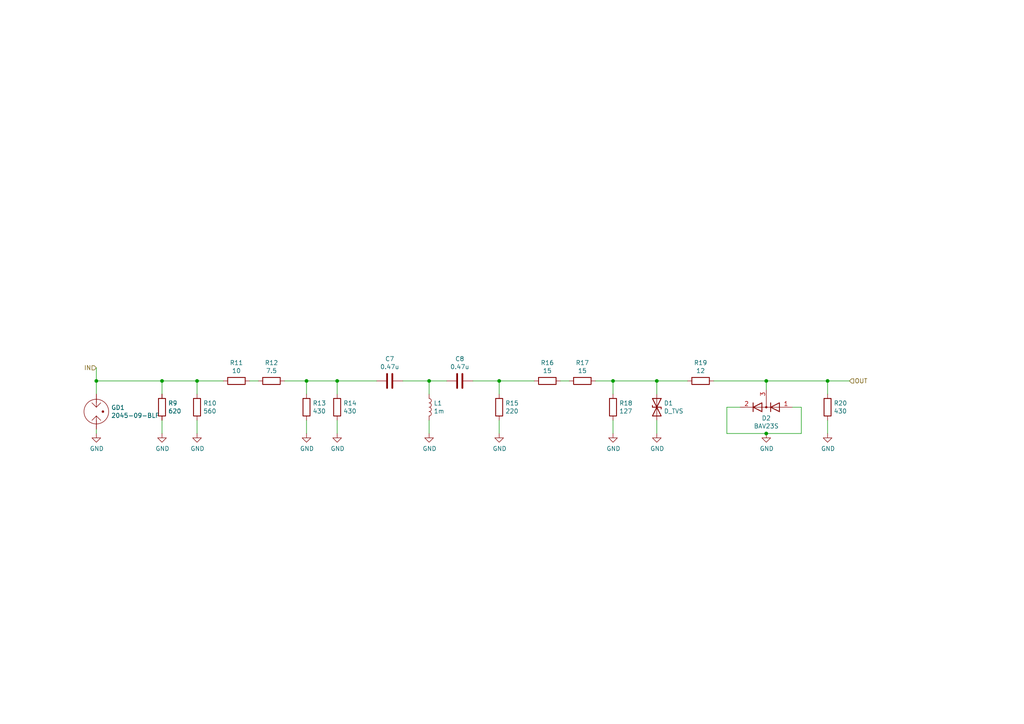
<source format=kicad_sch>
(kicad_sch (version 20231120) (generator "eeschema") (generator_version "8.0")
  (paper "A4")
  (lib_symbols
    (symbol "Device:C" (pin_numbers hide) (pin_names (offset 0.254))
      (property "Reference" "C" (at 0.635 2.54 0))
      (property "Value" "C" (at 0.635 -2.54 0))
      (symbol "C_0_1"
        (polyline (pts (xy -2.032 -0.762) (xy 2.032 -0.762)) (stroke (width 0.508)))
        (polyline (pts (xy -2.032 0.762) (xy 2.032 0.762)) (stroke (width 0.508)))
      )
      (symbol "C_1_1"
        (pin passive line (at 0 3.81 270) (length 2.794) (name "~") (number "1"))
        (pin passive line (at 0 -3.81 90) (length 2.794) (name "~") (number "2"))
      )
    )
    (symbol "Device:D_TVS" (pin_numbers hide) (pin_names (offset 1.016) hide)
      (property "Reference" "D" (at 0 2.54 0))
      (property "Value" "D_TVS" (at 0 -2.54 0))
      (symbol "D_TVS_0_1"
        (polyline (pts (xy 1.27 0) (xy -1.27 0)))
        (polyline (pts (xy 0.508 1.27) (xy 0 1.27) (xy 0 -1.27) (xy -0.508 -1.27)) (stroke (width 0.254)))
        (polyline (pts (xy -2.54 1.27) (xy -2.54 -1.27) (xy 2.54 1.27) (xy 2.54 -1.27) (xy -2.54 1.27)) (stroke (width 0.254)))
      )
      (symbol "D_TVS_1_1"
        (pin passive line (at -3.81 0 0) (length 2.54) (name "A1") (number "1"))
        (pin passive line (at 3.81 0 180) (length 2.54) (name "A2") (number "2"))
      )
    )
    (symbol "Device:L" (pin_numbers hide) (pin_names (offset 1.016) hide)
      (property "Reference" "L" (at -1.27 0 90))
      (property "Value" "L" (at 1.905 0 90))
      (symbol "L_0_1"
        (arc (start 0 -2.54) (mid 0.6323 -1.905) (end 0 -1.27))
        (arc (start 0 -1.27) (mid 0.6323 -0.635) (end 0 0))
        (arc (start 0 0) (mid 0.6323 0.635) (end 0 1.27))
        (arc (start 0 1.27) (mid 0.6323 1.905) (end 0 2.54))
      )
      (symbol "L_1_1"
        (pin passive line (at 0 3.81 270) (length 1.27) (name "1") (number "1"))
        (pin passive line (at 0 -3.81 90) (length 1.27) (name "2") (number "2"))
      )
    )
    (symbol "Device:R" (pin_numbers hide) (pin_names (offset 0))
      (property "Reference" "R" (at 2.032 0 90))
      (property "Value" "R" (at 0 0 90))
      (symbol "R_0_1"
        (rectangle (start -1.016 -2.54) (end 1.016 2.54) (stroke (width 0.254)))
      )
      (symbol "R_1_1"
        (pin passive line (at 0 3.81 270) (length 1.27) (name "~") (number "1"))
        (pin passive line (at 0 -3.81 90) (length 1.27) (name "~") (number "2"))
      )
    )
    (symbol "lisn-pcb-rescue:D_x2_Serial_AKC-Device" (pin_names (offset 0.762) hide)
      (property "Reference" "D" (at 1.27 -2.54 0))
      (property "Value" "Device_D_x2_Serial_AKC" (at 0 2.54 0))
      (symbol "D_x2_Serial_AKC-Device_0_1"
        (polyline (pts (xy -3.81 0) (xy 3.81 0)))
        (polyline (pts (xy 0 0) (xy 0 -2.54)))
        (polyline (pts (xy 6.35 0) (xy 7.62 0)))
        (polyline (pts (xy -1.27 -1.27) (xy -1.27 1.27) (xy -1.27 1.27)) (stroke (width 0.254)))
        (polyline (pts (xy 3.81 1.27) (xy 3.81 -1.27) (xy 3.81 -1.27)) (stroke (width 0.254)))
        (polyline (pts (xy -3.81 1.27) (xy -1.27 0) (xy -3.81 -1.27) (xy -3.81 1.27) (xy -3.81 1.27) (xy -3.81 1.27)) (stroke (width 0.254)))
        (polyline (pts (xy 1.27 1.27) (xy 3.81 0) (xy 1.27 -1.27) (xy 1.27 1.27) (xy 1.27 1.27) (xy 1.27 1.27)) (stroke (width 0.254)))
        (circle (center 0 0) (radius 0.254) (fill (type outline)))
        (pin passive line (at -7.62 0 0) (length 3.81) (name "A") (number "1"))
        (pin passive line (at 7.62 0 180) (length 3.81) (name "K") (number "2"))
        (pin passive line (at 0 -5.08 90) (length 2.54) (name "common") (number "3"))
      )
    )
    (symbol "lisn-pcb-rescue:GDT_2pin-wbraun_ic_lib" (pin_numbers hide)
      (property "Reference" "GD" (at 5.08 0 90))
      (property "Value" "wbraun_ic_lib_GDT_2pin" (at 7.62 0 90))
      (symbol "GDT_2pin-wbraun_ic_lib_0_1"
        (polyline (pts (xy 0 -2.54) (xy 0 -1.27)))
        (polyline (pts (xy 0 -1.27) (xy -1.27 -2.54)))
        (polyline (pts (xy 0 -1.27) (xy 1.27 -2.54)))
        (polyline (pts (xy 0 1.27) (xy -1.27 2.54)))
        (polyline (pts (xy 0 1.27) (xy 1.27 2.54)))
        (polyline (pts (xy 0 2.54) (xy 0 1.27)))
        (circle (center 0 0) (radius 3.5814))
        (circle (center 1.905 0) (radius 0.127))
        (circle (center 1.905 0) (radius 0.127))
        (circle (center 1.905 0) (radius 0.2794))
        (circle (center 2.032 0) (radius 0.127))
      )
      (symbol "GDT_2pin-wbraun_ic_lib_1_1"
        (pin passive line (at 0 5.08 270) (length 2.54) (name "~") (number "1"))
        (pin passive line (at 0 -5.08 90) (length 2.54) (name "~") (number "2"))
      )
    )
    (symbol "lisn-pcb-rescue:GND-power" (power) (pin_names (offset 0))
      (property "Value" "power_GND" (at 0 -3.81 0))
      (symbol "GND-power_0_1"
        (polyline (pts (xy 0 0) (xy 0 -1.27) (xy 1.27 -1.27) (xy 0 -2.54) (xy -1.27 -1.27) (xy 0 -1.27)))
      )
      (symbol "GND-power_1_1"
        (pin power_in line (at 0 0 270) (length 0) hide (name "GND") (number "1"))
      )
    )
  )
  (junction (at 97.79 110.49))
  (junction (at 124.46 110.49))
  (junction (at 144.78 110.49))
  (junction (at 57.15 110.49))
  (junction (at 222.25 125.73))
  (junction (at 88.9 110.49))
  (junction (at 46.99 110.49))
  (junction (at 190.5 110.49))
  (junction (at 240.03 110.49))
  (junction (at 222.25 110.49))
  (junction (at 27.94 110.49))
  (junction (at 177.8 110.49))
  (wire (pts (xy 240.03 110.49) (xy 240.03 114.3)))
  (wire (pts (xy 207.01 110.49) (xy 222.25 110.49)))
  (wire (pts (xy 214.63 118.11) (xy 210.82 118.11)))
  (wire (pts (xy 232.41 118.11) (xy 229.87 118.11)))
  (wire (pts (xy 190.5 114.3) (xy 190.5 110.49)))
  (wire (pts (xy 27.94 110.49) (xy 46.99 110.49)))
  (wire (pts (xy 210.82 125.73) (xy 222.25 125.73)))
  (wire (pts (xy 190.5 110.49) (xy 199.39 110.49)))
  (wire (pts (xy 144.78 110.49) (xy 154.94 110.49)))
  (wire (pts (xy 57.15 121.92) (xy 57.15 125.73)))
  (wire (pts (xy 27.94 110.49) (xy 27.94 106.68)))
  (wire (pts (xy 64.77 110.49) (xy 57.15 110.49)))
  (wire (pts (xy 222.25 110.49) (xy 222.25 113.03)))
  (wire (pts (xy 222.25 110.49) (xy 240.03 110.49)))
  (wire (pts (xy 124.46 114.3) (xy 124.46 110.49)))
  (wire (pts (xy 97.79 110.49) (xy 109.22 110.49)))
  (wire (pts (xy 177.8 114.3) (xy 177.8 110.49)))
  (wire (pts (xy 210.82 118.11) (xy 210.82 125.73)))
  (wire (pts (xy 27.94 125.73) (xy 27.94 124.46)))
  (wire (pts (xy 232.41 125.73) (xy 232.41 118.11)))
  (wire (pts (xy 240.03 110.49) (xy 246.38 110.49)))
  (wire (pts (xy 57.15 110.49) (xy 57.15 114.3)))
  (wire (pts (xy 240.03 121.92) (xy 240.03 125.73)))
  (wire (pts (xy 82.55 110.49) (xy 88.9 110.49)))
  (wire (pts (xy 57.15 110.49) (xy 46.99 110.49)))
  (wire (pts (xy 177.8 121.92) (xy 177.8 125.73)))
  (wire (pts (xy 144.78 121.92) (xy 144.78 125.73)))
  (wire (pts (xy 222.25 125.73) (xy 232.41 125.73)))
  (wire (pts (xy 190.5 121.92) (xy 190.5 125.73)))
  (wire (pts (xy 124.46 110.49) (xy 129.54 110.49)))
  (wire (pts (xy 116.84 110.49) (xy 124.46 110.49)))
  (wire (pts (xy 46.99 110.49) (xy 46.99 114.3)))
  (wire (pts (xy 88.9 121.92) (xy 88.9 125.73)))
  (wire (pts (xy 97.79 110.49) (xy 97.79 114.3)))
  (wire (pts (xy 177.8 110.49) (xy 190.5 110.49)))
  (wire (pts (xy 88.9 110.49) (xy 97.79 110.49)))
  (wire (pts (xy 27.94 114.3) (xy 27.94 110.49)))
  (wire (pts (xy 137.16 110.49) (xy 144.78 110.49)))
  (wire (pts (xy 97.79 121.92) (xy 97.79 125.73)))
  (wire (pts (xy 124.46 121.92) (xy 124.46 125.73)))
  (wire (pts (xy 144.78 114.3) (xy 144.78 110.49)))
  (wire (pts (xy 46.99 121.92) (xy 46.99 125.73)))
  (wire (pts (xy 72.39 110.49) (xy 74.93 110.49)))
  (wire (pts (xy 172.72 110.49) (xy 177.8 110.49)))
  (wire (pts (xy 162.56 110.49) (xy 165.1 110.49)))
  (wire (pts (xy 88.9 110.49) (xy 88.9 114.3)))
  (hierarchical_label "IN" (shape input) (at 27.94 106.68 180))
  (hierarchical_label "OUT" (shape input) (at 246.38 110.49 0))
  (symbol (lib_id "Device:R") (at 46.99 118.11 0) (unit 1)
    (property "Reference" "R9" (at 48.768 116.9416 0) (effects (justify left)))
    (property "Value" "620" (at 48.768 119.253 0) (effects (justify left)))
    (property "Footprint" "Resistor_SMD:R_0805_2012Metric" (effects (hide yes)))
    (property "MPN" "RCS0805620RFKEA" (effects (hide yes)))
    (property "Manufacturer 1" "Vishay / Dale" (effects (hide yes)))
    (property "Manufacturer Part Number 1" "RCS0805620RFKEA" (effects (hide yes)))
    (property "Price" ".21" (effects (hide yes)))
    (property "Supplier 1" "Mouser" (effects (hide yes)))
    (property "Supplier Part Number 1" "71-RCS0805620RFKEA" (effects (hide yes)))
    (instances (project "" (path "" (reference "R9") (unit 1)) (path "" (reference "R26") (unit 1))))
  )
  (symbol (lib_id "Device:R") (at 57.15 118.11 0) (unit 1)
    (property "Reference" "R10" (at 58.928 116.9416 0) (effects (justify left)))
    (property "Value" "560" (at 58.928 119.253 0) (effects (justify left)))
    (property "Footprint" "Resistor_SMD:R_0805_2012Metric" (effects (hide yes)))
    (property "MPN" "RCS0805560RFKEA" (effects (hide yes)))
    (property "Manufacturer 1" "Vishay / Dale" (effects (hide yes)))
    (property "Manufacturer Part Number 1" "RCS0805560RFKEA" (effects (hide yes)))
    (property "Price" ".21" (effects (hide yes)))
    (property "Supplier 1" "Mouser" (effects (hide yes)))
    (property "Supplier Part Number 1" "71-RCS0805560RFKEA" (effects (hide yes)))
    (instances (project "" (path "" (reference "R10") (unit 1)) (path "" (reference "R27") (unit 1))))
  )
  (symbol (lib_id "Device:R") (at 68.58 110.49 270) (unit 1)
    (property "Reference" "R11" (at 68.58 105.2322 90))
    (property "Value" "10" (at 68.58 107.5436 90))
    (property "Footprint" "Resistor_SMD:R_0805_2012Metric" (effects (hide yes)))
    (property "MPN" "RCS080510R0FKEA" (effects (hide yes)))
    (property "Manufacturer 1" "Vishay / Dale" (effects (hide yes)))
    (property "Manufacturer Part Number 1" "RCS080510R0FKEA" (effects (hide yes)))
    (property "Price" ".18" (effects (hide yes)))
    (property "Supplier 1" "Mouser" (effects (hide yes)))
    (property "Supplier Part Number 1" "71-RCS080510R0FKEA" (effects (hide yes)))
    (instances (project "" (path "" (reference "R11") (unit 1)) (path "" (reference "R28") (unit 1))))
  )
  (symbol (lib_id "Device:R") (at 88.9 118.11 0) (unit 1)
    (property "Reference" "R13" (at 90.678 116.9416 0) (effects (justify left)))
    (property "Value" "430" (at 90.678 119.253 0) (effects (justify left)))
    (property "Footprint" "Resistor_SMD:R_0805_2012Metric" (effects (hide yes)))
    (property "MPN" "ESR10EZPF4300" (effects (hide yes)))
    (property "Manufacturer 1" "ROHM Semiconductor" (effects (hide yes)))
    (property "Manufacturer Part Number 1" "ESR10EZPF4300" (effects (hide yes)))
    (property "Price" ".18" (effects (hide yes)))
    (property "Supplier 1" "Mouser" (effects (hide yes)))
    (property "Supplier Part Number 1" "755-ESR10EZPF4300" (effects (hide yes)))
    (instances (project "" (path "" (reference "R13") (unit 1)) (path "" (reference "R30") (unit 1))))
  )
  (symbol (lib_id "Device:R") (at 78.74 110.49 270) (unit 1)
    (property "Reference" "R12" (at 78.74 105.2322 90))
    (property "Value" "7.5" (at 78.74 107.5436 90))
    (property "Footprint" "Resistor_SMD:R_0805_2012Metric" (effects (hide yes)))
    (property "MPN" "RCS08057R50FKEA" (effects (hide yes)))
    (property "Manufacturer 1" "Vishay / Dale" (effects (hide yes)))
    (property "Manufacturer Part Number 1" "RCS08057R50FKEA" (effects (hide yes)))
    (property "Price" ".26" (effects (hide yes)))
    (property "Supplier 1" "Mouser" (effects (hide yes)))
    (property "Supplier Part Number 1" "71-RCS08057R50FKEA" (effects (hide yes)))
    (instances (project "" (path "" (reference "R12") (unit 1)) (path "" (reference "R29") (unit 1))))
  )
  (symbol (lib_id "Device:C") (at 113.03 110.49 270) (unit 1)
    (property "Reference" "C7" (at 113.03 104.0892 90))
    (property "Value" "0.47u" (at 113.03 106.4006 90))
    (property "Footprint" "Capacitor_SMD:C_0805_2012Metric" (effects (hide yes)))
    (property "MPN" "08051C474K4Z2A" (effects (hide yes)))
    (property "Manufacturer 1" "KYOCERA AVX" (effects (hide yes)))
    (property "Manufacturer Part Number 1" "08051C474K4Z2A" (effects (hide yes)))
    (property "Price" ".29" (effects (hide yes)))
    (property "Supplier 1" "Mouser" (effects (hide yes)))
    (property "Supplier Part Number 1" "581-08051C474K4Z2A" (effects (hide yes)))
    (instances (project "" (path "" (reference "C7") (unit 1)) (path "" (reference "C10") (unit 1))))
  )
  (symbol (lib_id "Device:L") (at 124.46 118.11 0) (unit 1)
    (property "Reference" "L1" (at 125.7808 116.9416 0) (effects (justify left)))
    (property "Value" "1m" (at 125.7808 119.253 0) (effects (justify left)))
    (property "Footprint" "wbraun_smd:L_BOURNS_PM1812" (effects (hide yes)))
    (property "MPN" "PM1812-102J-RC" (effects (hide yes)))
    (property "Manufacturer 1" "Bourns" (effects (hide yes)))
    (property "Manufacturer Part Number 1" "PM1812-102J-RC" (effects (hide yes)))
    (property "Price" ".34" (effects (hide yes)))
    (property "Supplier 1" "Mouser" (effects (hide yes)))
    (property "Supplier Part Number 1" "542-PM1812-102J-RC" (effects (hide yes)))
    (instances (project "" (path "" (reference "L1") (unit 1)) (path "" (reference "L7") (unit 1))))
  )
  (symbol (lib_id "Device:R") (at 97.79 118.11 0) (unit 1)
    (property "Reference" "R14" (at 99.568 116.9416 0) (effects (justify left)))
    (property "Value" "430" (at 99.568 119.253 0) (effects (justify left)))
    (property "Footprint" "Resistor_SMD:R_0805_2012Metric" (effects (hide yes)))
    (property "MPN" "ESR10EZPF4300" (effects (hide yes)))
    (property "Manufacturer 1" "ROHM Semiconductor" (effects (hide yes)))
    (property "Manufacturer Part Number 1" "ESR10EZPF4300" (effects (hide yes)))
    (property "Price" ".18" (effects (hide yes)))
    (property "Supplier 1" "Mouser" (effects (hide yes)))
    (property "Supplier Part Number 1" "755-ESR10EZPF4300" (effects (hide yes)))
    (instances (project "" (path "" (reference "R14") (unit 1)) (path "" (reference "R31") (unit 1))))
  )
  (symbol (lib_id "Device:C") (at 133.35 110.49 270) (unit 1)
    (property "Reference" "C8" (at 133.35 104.0892 90))
    (property "Value" "0.47u" (at 133.35 106.4006 90))
    (property "Footprint" "Capacitor_SMD:C_0805_2012Metric" (effects (hide yes)))
    (property "MPN" "08051C474K4Z2A" (effects (hide yes)))
    (property "Manufacturer 1" "KYOCERA AVX" (effects (hide yes)))
    (property "Manufacturer Part Number 1" "08051C474K4Z2A" (effects (hide yes)))
    (property "Price" ".29" (effects (hide yes)))
    (property "Supplier 1" "Mouser" (effects (hide yes)))
    (property "Supplier Part Number 1" "581-08051C474K4Z2A" (effects (hide yes)))
    (instances (project "" (path "" (reference "C8") (unit 1)) (path "" (reference "C11") (unit 1))))
  )
  (symbol (lib_id "Device:R") (at 144.78 118.11 0) (unit 1)
    (property "Reference" "R15" (at 146.558 116.9416 0) (effects (justify left)))
    (property "Value" "220" (at 146.558 119.253 0) (effects (justify left)))
    (property "Footprint" "Resistor_SMD:R_0805_2012Metric" (effects (hide yes)))
    (property "MPN" "RCS0805220RFKEA" (effects (hide yes)))
    (property "Manufacturer 1" "Vishay / Dale" (effects (hide yes)))
    (property "Manufacturer Part Number 1" "RCS0805220RFKEA" (effects (hide yes)))
    (property "Price" ".17" (effects (hide yes)))
    (property "Supplier 1" "Mouser" (effects (hide yes)))
    (property "Supplier Part Number 1" "71-RCS0805220RFKEA" (effects (hide yes)))
    (instances (project "" (path "" (reference "R15") (unit 1)) (path "" (reference "R32") (unit 1))))
  )
  (symbol (lib_id "Device:R") (at 158.75 110.49 90) (unit 1)
    (property "Reference" "R16" (at 158.75 105.2322 90))
    (property "Value" "15" (at 158.75 107.5436 90))
    (property "Footprint" "Resistor_SMD:R_0805_2012Metric" (effects (hide yes)))
    (property "MPN" "RCS080515R0FKEA" (effects (hide yes)))
    (property "Manufacturer 1" "Vishay / Dale" (effects (hide yes)))
    (property "Manufacturer Part Number 1" "RCS080515R0FKEA" (effects (hide yes)))
    (property "Price" ".2" (effects (hide yes)))
    (property "Supplier 1" "Mouser" (effects (hide yes)))
    (property "Supplier Part Number 1" "71-RCS080515R0FKEA" (effects (hide yes)))
    (instances (project "" (path "" (reference "R16") (unit 1)) (path "" (reference "R33") (unit 1))))
  )
  (symbol (lib_id "Device:R") (at 177.8 118.11 0) (unit 1)
    (property "Reference" "R18" (at 179.578 116.9416 0) (effects (justify left)))
    (property "Value" "127" (at 179.578 119.253 0) (effects (justify left)))
    (property "Footprint" "Resistor_SMD:R_0805_2012Metric" (effects (hide yes)))
    (property "MPN" "RK73H2ATTD1270F" (effects (hide yes)))
    (property "Manufacturer 1" "KOA Speer" (effects (hide yes)))
    (property "Manufacturer Part Number 1" "RK73H2ATTD1270F" (effects (hide yes)))
    (property "Price" ".1" (effects (hide yes)))
    (property "Supplier 1" "Mouser" (effects (hide yes)))
    (property "Supplier Part Number 1" "660-RK73H2ATTD1270F" (effects (hide yes)))
    (instances (project "" (path "" (reference "R18") (unit 1)) (path "" (reference "R35") (unit 1))))
  )
  (symbol (lib_id "Device:R") (at 168.91 110.49 90) (unit 1)
    (property "Reference" "R17" (at 168.91 105.2322 90))
    (property "Value" "15" (at 168.91 107.5436 90))
    (property "Footprint" "Resistor_SMD:R_0805_2012Metric" (effects (hide yes)))
    (property "MPN" "RCS080515R0FKEA" (effects (hide yes)))
    (property "Manufacturer 1" "Vishay / Dale" (effects (hide yes)))
    (property "Manufacturer Part Number 1" "RCS080515R0FKEA" (effects (hide yes)))
    (property "Price" ".2" (effects (hide yes)))
    (property "Supplier 1" "Mouser" (effects (hide yes)))
    (property "Supplier Part Number 1" "71-RCS080515R0FKEA" (effects (hide yes)))
    (instances (project "" (path "" (reference "R17") (unit 1)) (path "" (reference "R34") (unit 1))))
  )
  (symbol (lib_id "Device:D_TVS") (at 190.5 118.11 270) (unit 1)
    (property "Reference" "D1" (at 192.532 116.9416 90) (effects (justify left)))
    (property "Value" "D_TVS" (at 192.532 119.253 90) (effects (justify left)))
    (property "Footprint" "Diode_SMD:D_SOD-323" (effects (hide yes)))
    (property "MPN" "STS321050B100" (effects (hide yes)))
    (property "Manufacturer 1" "Eaton Electronics" (effects (hide yes)))
    (property "Manufacturer Part Number 1" "STS321050B100" (effects (hide yes)))
    (property "Price" ".36" (effects (hide yes)))
    (property "Supplier 1" "Mouser" (effects (hide yes)))
    (property "Supplier Part Number 1" "504-STS321050B100" (effects (hide yes)))
    (instances (project "" (path "" (reference "D1") (unit 1)) (path "" (reference "D3") (unit 1))))
  )
  (symbol (lib_id "Device:R") (at 203.2 110.49 270) (unit 1)
    (property "Reference" "R19" (at 203.2 105.2322 90))
    (property "Value" "12" (at 203.2 107.5436 90))
    (property "Footprint" "Resistor_SMD:R_0805_2012Metric" (effects (hide yes)))
    (property "MPN" "ERJ-6ENF12R0V" (effects (hide yes)))
    (property "Manufacturer 1" "Panasonic" (effects (hide yes)))
    (property "Manufacturer Part Number 1" "ERJ-6ENF12R0V" (effects (hide yes)))
    (property "Price" ".1" (effects (hide yes)))
    (property "Supplier 1" "Mouser" (effects (hide yes)))
    (property "Supplier Part Number 1" "667-ERJ-6ENF12R0V" (effects (hide yes)))
    (instances (project "" (path "" (reference "R19") (unit 1)) (path "" (reference "R36") (unit 1))))
  )
  (symbol (lib_id "lisn-pcb-rescue:D_x2_Serial_AKC-Device") (at 222.25 118.11 180) (unit 1)
    (property "Reference" "D2" (at 222.25 121.285 0))
    (property "Value" "BAV23S" (at 222.25 123.5964 0))
    (property "Footprint" "Package_TO_SOT_SMD:SOT-23" (effects (hide yes)))
    (property "MPN" "BAV23S,215" (effects (hide yes)))
    (property "Manufacturer 1" "Nexperia" (effects (hide yes)))
    (property "Manufacturer Part Number 1" "BAV23S,215" (effects (hide yes)))
    (property "Price" ".18" (effects (hide yes)))
    (property "Supplier 1" "Mouser" (effects (hide yes)))
    (property "Supplier Part Number 1" "771-BAV23S-T/R" (effects (hide yes)))
    (instances (project "" (path "" (reference "D2") (unit 1)) (path "" (reference "D4") (unit 1))))
  )
  (symbol (lib_id "Device:R") (at 240.03 118.11 0) (unit 1)
    (property "Reference" "R20" (at 241.808 116.9416 0) (effects (justify left)))
    (property "Value" "430" (at 241.808 119.253 0) (effects (justify left)))
    (property "Footprint" "Resistor_SMD:R_0805_2012Metric" (effects (hide yes)))
    (property "MPN" "ESR10EZPF4300" (effects (hide yes)))
    (property "Manufacturer 1" "ROHM Semiconductor" (effects (hide yes)))
    (property "Manufacturer Part Number 1" "ESR10EZPF4300" (effects (hide yes)))
    (property "Price" ".18" (effects (hide yes)))
    (property "Supplier 1" "Mouser" (effects (hide yes)))
    (property "Supplier Part Number 1" "755-ESR10EZPF4300" (effects (hide yes)))
    (instances (project "" (path "" (reference "R20") (unit 1)) (path "" (reference "R37") (unit 1))))
  )
  (symbol (lib_id "lisn-pcb-rescue:GND-power") (at 46.99 125.73 0) (unit 1)
    (property "Reference" "#PWR0110" (effects (hide yes)))
    (property "Value" "GND" (at 47.117 130.1242 0))
    (instances (project "" (path "" (reference "#PWR0110") (unit 1)) (path "" (reference "#PWR0121") (unit 1))))
  )
  (symbol (lib_id "lisn-pcb-rescue:GND-power") (at 57.15 125.73 0) (unit 1)
    (property "Reference" "#PWR0111" (effects (hide yes)))
    (property "Value" "GND" (at 57.277 130.1242 0))
    (instances (project "" (path "" (reference "#PWR0111") (unit 1)) (path "" (reference "#PWR0122") (unit 1))))
  )
  (symbol (lib_id "lisn-pcb-rescue:GND-power") (at 88.9 125.73 0) (unit 1)
    (property "Reference" "#PWR0112" (effects (hide yes)))
    (property "Value" "GND" (at 89.027 130.1242 0))
    (instances (project "" (path "" (reference "#PWR0112") (unit 1)) (path "" (reference "#PWR0123") (unit 1))))
  )
  (symbol (lib_id "lisn-pcb-rescue:GND-power") (at 97.79 125.73 0) (unit 1)
    (property "Reference" "#PWR0113" (effects (hide yes)))
    (property "Value" "GND" (at 97.917 130.1242 0))
    (instances (project "" (path "" (reference "#PWR0113") (unit 1)) (path "" (reference "#PWR0124") (unit 1))))
  )
  (symbol (lib_id "lisn-pcb-rescue:GND-power") (at 124.46 125.73 0) (unit 1)
    (property "Reference" "#PWR0114" (effects (hide yes)))
    (property "Value" "GND" (at 124.587 130.1242 0))
    (instances (project "" (path "" (reference "#PWR0114") (unit 1)) (path "" (reference "#PWR0125") (unit 1))))
  )
  (symbol (lib_id "lisn-pcb-rescue:GND-power") (at 144.78 125.73 0) (unit 1)
    (property "Reference" "#PWR0115" (effects (hide yes)))
    (property "Value" "GND" (at 144.907 130.1242 0))
    (instances (project "" (path "" (reference "#PWR0115") (unit 1)) (path "" (reference "#PWR0126") (unit 1))))
  )
  (symbol (lib_id "lisn-pcb-rescue:GND-power") (at 177.8 125.73 0) (unit 1)
    (property "Reference" "#PWR0116" (effects (hide yes)))
    (property "Value" "GND" (at 177.927 130.1242 0))
    (instances (project "" (path "" (reference "#PWR0116") (unit 1)) (path "" (reference "#PWR0127") (unit 1))))
  )
  (symbol (lib_id "lisn-pcb-rescue:GND-power") (at 190.5 125.73 0) (unit 1)
    (property "Reference" "#PWR0117" (effects (hide yes)))
    (property "Value" "GND" (at 190.627 130.1242 0))
    (instances (project "" (path "" (reference "#PWR0117") (unit 1)) (path "" (reference "#PWR0128") (unit 1))))
  )
  (symbol (lib_id "lisn-pcb-rescue:GND-power") (at 222.25 125.73 0) (unit 1)
    (property "Reference" "#PWR0118" (effects (hide yes)))
    (property "Value" "GND" (at 222.377 130.1242 0))
    (instances (project "" (path "" (reference "#PWR0118") (unit 1)) (path "" (reference "#PWR0129") (unit 1))))
  )
  (symbol (lib_id "lisn-pcb-rescue:GND-power") (at 240.03 125.73 0) (unit 1)
    (property "Reference" "#PWR0119" (effects (hide yes)))
    (property "Value" "GND" (at 240.157 130.1242 0))
    (instances (project "" (path "" (reference "#PWR0119") (unit 1)) (path "" (reference "#PWR0130") (unit 1))))
  )
  (symbol (lib_id "lisn-pcb-rescue:GND-power") (at 27.94 125.73 0) (unit 1)
    (property "Reference" "#PWR0120" (effects (hide yes)))
    (property "Value" "GND" (at 28.067 130.1242 0))
    (instances (project "" (path "" (reference "#PWR0120") (unit 1)) (path "" (reference "#PWR0131") (unit 1))))
  )
  (symbol (lib_id "lisn-pcb-rescue:GDT_2pin-wbraun_ic_lib") (at 27.94 119.38 0) (unit 1)
    (property "Reference" "GD1" (at 32.2326 118.2116 0) (effects (justify left)))
    (property "Value" "2045-09-BLF" (at 32.2326 120.523 0) (effects (justify left)))
    (property "Footprint" "wbraun_smd:GDT_Bourns_2045" (effects (hide yes)))
    (property "MPN" "2045-09-BLF" (effects (hide yes)))
    (property "Manufacturer 1" "Bourns" (effects (hide yes)))
    (property "Manufacturer Part Number 1" "2045-09-BLF" (effects (hide yes)))
    (property "Price" ".52" (effects (hide yes)))
    (property "Supplier 1" "Mouser" (effects (hide yes)))
    (property "Supplier Part Number 1" " 652-2045-09-BLF" (effects (hide yes)))
    (instances (project "" (path "" (reference "GD1") (unit 1)) (path "" (reference "GD2") (unit 1))))
  )
)
</source>
